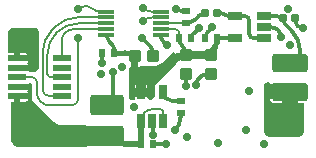
<source format=gtl>
G04*
G04 #@! TF.GenerationSoftware,Altium Limited,Altium Designer,22.7.1 (60)*
G04*
G04 Layer_Physical_Order=1*
G04 Layer_Color=16776960*
%FSLAX43Y43*%
%MOMM*%
G71*
G04*
G04 #@! TF.SameCoordinates,DF1E0758-EE3D-4B36-99E4-D52E4057D36D*
G04*
G04*
G04 #@! TF.FilePolarity,Positive*
G04*
G01*
G75*
%ADD10C,0.200*%
%ADD24C,0.300*%
%ADD25C,0.500*%
%ADD26C,0.400*%
%ADD27C,0.700*%
%ADD28C,0.400*%
%ADD29C,0.300*%
%ADD30C,0.500*%
G04:AMPARAMS|DCode=31|XSize=3mm|YSize=1.5mm|CornerRadius=0.188mm|HoleSize=0mm|Usage=FLASHONLY|Rotation=180.000|XOffset=0mm|YOffset=0mm|HoleType=Round|Shape=RoundedRectangle|*
%AMROUNDEDRECTD31*
21,1,3.000,1.125,0,0,180.0*
21,1,2.625,1.500,0,0,180.0*
1,1,0.375,-1.313,0.563*
1,1,0.375,1.313,0.563*
1,1,0.375,1.313,-0.563*
1,1,0.375,-1.313,-0.563*
%
%ADD31ROUNDEDRECTD31*%
G04:AMPARAMS|DCode=32|XSize=0.59mm|YSize=0.6mm|CornerRadius=0.074mm|HoleSize=0mm|Usage=FLASHONLY|Rotation=270.000|XOffset=0mm|YOffset=0mm|HoleType=Round|Shape=RoundedRectangle|*
%AMROUNDEDRECTD32*
21,1,0.590,0.453,0,0,270.0*
21,1,0.443,0.600,0,0,270.0*
1,1,0.148,-0.226,-0.221*
1,1,0.148,-0.226,0.221*
1,1,0.148,0.226,0.221*
1,1,0.148,0.226,-0.221*
%
%ADD32ROUNDEDRECTD32*%
G04:AMPARAMS|DCode=33|XSize=0.94mm|YSize=1.03mm|CornerRadius=0.118mm|HoleSize=0mm|Usage=FLASHONLY|Rotation=180.000|XOffset=0mm|YOffset=0mm|HoleType=Round|Shape=RoundedRectangle|*
%AMROUNDEDRECTD33*
21,1,0.940,0.795,0,0,180.0*
21,1,0.705,1.030,0,0,180.0*
1,1,0.235,-0.353,0.398*
1,1,0.235,0.353,0.398*
1,1,0.235,0.353,-0.398*
1,1,0.235,-0.353,-0.398*
%
%ADD33ROUNDEDRECTD33*%
G04:AMPARAMS|DCode=34|XSize=0.3mm|YSize=1.35mm|CornerRadius=0.038mm|HoleSize=0mm|Usage=FLASHONLY|Rotation=270.000|XOffset=0mm|YOffset=0mm|HoleType=Round|Shape=RoundedRectangle|*
%AMROUNDEDRECTD34*
21,1,0.300,1.275,0,0,270.0*
21,1,0.225,1.350,0,0,270.0*
1,1,0.075,-0.638,-0.113*
1,1,0.075,-0.638,0.113*
1,1,0.075,0.638,0.113*
1,1,0.075,0.638,-0.113*
%
%ADD34ROUNDEDRECTD34*%
G04:AMPARAMS|DCode=35|XSize=0.59mm|YSize=0.6mm|CornerRadius=0.074mm|HoleSize=0mm|Usage=FLASHONLY|Rotation=0.000|XOffset=0mm|YOffset=0mm|HoleType=Round|Shape=RoundedRectangle|*
%AMROUNDEDRECTD35*
21,1,0.590,0.453,0,0,0.0*
21,1,0.443,0.600,0,0,0.0*
1,1,0.148,0.221,-0.226*
1,1,0.148,-0.221,-0.226*
1,1,0.148,-0.221,0.226*
1,1,0.148,0.221,0.226*
%
%ADD35ROUNDEDRECTD35*%
G04:AMPARAMS|DCode=36|XSize=0.94mm|YSize=1.03mm|CornerRadius=0.118mm|HoleSize=0mm|Usage=FLASHONLY|Rotation=90.000|XOffset=0mm|YOffset=0mm|HoleType=Round|Shape=RoundedRectangle|*
%AMROUNDEDRECTD36*
21,1,0.940,0.795,0,0,90.0*
21,1,0.705,1.030,0,0,90.0*
1,1,0.235,0.398,0.353*
1,1,0.235,0.398,-0.353*
1,1,0.235,-0.398,-0.353*
1,1,0.235,-0.398,0.353*
%
%ADD36ROUNDEDRECTD36*%
G04:AMPARAMS|DCode=37|XSize=0.61mm|YSize=1.26mm|CornerRadius=0.076mm|HoleSize=0mm|Usage=FLASHONLY|Rotation=270.000|XOffset=0mm|YOffset=0mm|HoleType=Round|Shape=RoundedRectangle|*
%AMROUNDEDRECTD37*
21,1,0.610,1.108,0,0,270.0*
21,1,0.458,1.260,0,0,270.0*
1,1,0.153,-0.554,-0.229*
1,1,0.153,-0.554,0.229*
1,1,0.153,0.554,0.229*
1,1,0.153,0.554,-0.229*
%
%ADD37ROUNDEDRECTD37*%
G04:AMPARAMS|DCode=38|XSize=0.61mm|YSize=0.6mm|CornerRadius=0.075mm|HoleSize=0mm|Usage=FLASHONLY|Rotation=180.000|XOffset=0mm|YOffset=0mm|HoleType=Round|Shape=RoundedRectangle|*
%AMROUNDEDRECTD38*
21,1,0.610,0.450,0,0,180.0*
21,1,0.460,0.600,0,0,180.0*
1,1,0.150,-0.230,0.225*
1,1,0.150,0.230,0.225*
1,1,0.150,0.230,-0.225*
1,1,0.150,-0.230,-0.225*
%
%ADD38ROUNDEDRECTD38*%
G04:AMPARAMS|DCode=39|XSize=0.61mm|YSize=1.26mm|CornerRadius=0.076mm|HoleSize=0mm|Usage=FLASHONLY|Rotation=180.000|XOffset=0mm|YOffset=0mm|HoleType=Round|Shape=RoundedRectangle|*
%AMROUNDEDRECTD39*
21,1,0.610,1.108,0,0,180.0*
21,1,0.458,1.260,0,0,180.0*
1,1,0.153,-0.229,0.554*
1,1,0.153,0.229,0.554*
1,1,0.153,0.229,-0.554*
1,1,0.153,-0.229,-0.554*
%
%ADD39ROUNDEDRECTD39*%
G04:AMPARAMS|DCode=40|XSize=1.5mm|YSize=0.55mm|CornerRadius=0.069mm|HoleSize=0mm|Usage=FLASHONLY|Rotation=0.000|XOffset=0mm|YOffset=0mm|HoleType=Round|Shape=RoundedRectangle|*
%AMROUNDEDRECTD40*
21,1,1.500,0.413,0,0,0.0*
21,1,1.363,0.550,0,0,0.0*
1,1,0.138,0.681,-0.206*
1,1,0.138,-0.681,-0.206*
1,1,0.138,-0.681,0.206*
1,1,0.138,0.681,0.206*
%
%ADD40ROUNDEDRECTD40*%
G04:AMPARAMS|DCode=41|XSize=1.76mm|YSize=2.82mm|CornerRadius=0.22mm|HoleSize=0mm|Usage=FLASHONLY|Rotation=270.000|XOffset=0mm|YOffset=0mm|HoleType=Round|Shape=RoundedRectangle|*
%AMROUNDEDRECTD41*
21,1,1.760,2.380,0,0,270.0*
21,1,1.320,2.820,0,0,270.0*
1,1,0.440,-1.190,-0.660*
1,1,0.440,-1.190,0.660*
1,1,0.440,1.190,0.660*
1,1,0.440,1.190,-0.660*
%
%ADD41ROUNDEDRECTD41*%
%ADD42C,0.700*%
G36*
X2300Y5938D02*
Y4600D01*
X4088Y2812D01*
X4188Y2722D01*
X4411Y2572D01*
X4660Y2469D01*
X4924Y2417D01*
X5059Y2410D01*
X6850Y2410D01*
X6873Y2380D01*
X8620D01*
Y680D01*
X6936D01*
X6883Y600D01*
X1200Y600D01*
X1131Y600D01*
X996Y627D01*
X868Y680D01*
X754Y756D01*
X656Y854D01*
X580Y968D01*
X527Y1096D01*
X500Y1231D01*
X500Y4420D01*
X750D01*
Y4900D01*
X1000D01*
Y5150D01*
X1947D01*
X1934Y5211D01*
X1875Y5300D01*
X1934Y5389D01*
X1947Y5450D01*
X1000D01*
Y5950D01*
X2049D01*
X2077Y5986D01*
X2100Y6002D01*
X2300Y5938D01*
D02*
G37*
G36*
X700Y10700D02*
X2300Y10700D01*
X2485Y10700D01*
D01*
X2672Y10657D01*
X2720Y10637D01*
X2837Y10520D01*
X2900Y10368D01*
X2900Y10285D01*
X2900Y8741D01*
X2891Y8629D01*
X2894D01*
Y7291D01*
X2835Y7148D01*
X2715Y7029D01*
X2559Y6964D01*
X2474Y6964D01*
X2133D01*
X2015Y7050D01*
X1000D01*
Y7550D01*
X1947D01*
X1934Y7611D01*
X1875Y7700D01*
X1934Y7789D01*
X1947Y7850D01*
X1000D01*
Y8100D01*
X750D01*
Y8580D01*
X319D01*
X300Y8596D01*
Y10300D01*
X300Y10380D01*
X361Y10527D01*
X473Y10639D01*
X620Y10700D01*
X700Y10700D01*
D02*
G37*
G36*
X14405Y8522D02*
Y7993D01*
X14445Y7791D01*
X14445Y7791D01*
X14449Y7782D01*
X14505Y7625D01*
X12995Y6115D01*
X12995Y6115D01*
X12929Y6042D01*
X12819Y5877D01*
X12743Y5695D01*
X12705Y5501D01*
X12700Y5402D01*
X12700Y5030D01*
X12700Y5030D01*
X12700Y4945D01*
X12635Y4789D01*
X12515Y4669D01*
X12359Y4604D01*
X12218D01*
X12039Y4800D01*
X11525D01*
X11015D01*
Y4646D01*
X10980Y4604D01*
X10685Y4604D01*
X10685Y4604D01*
X10648Y4604D01*
X10580Y4632D01*
X10528Y4684D01*
X10500Y4752D01*
X10500Y7279D01*
X10623Y7380D01*
X10675D01*
Y8305D01*
X11275D01*
Y7380D01*
X11327D01*
X11529Y7420D01*
X11567Y7445D01*
X12404Y7445D01*
X12595D01*
X12595Y7445D01*
X12702Y7450D01*
X12786Y7467D01*
X12911Y7492D01*
X13107Y7573D01*
X13284Y7692D01*
X13363Y7763D01*
X14205Y8605D01*
X14405Y8522D01*
D02*
G37*
G36*
X22356Y6080D02*
X22383Y6053D01*
X22440Y5953D01*
X22435Y5925D01*
X24125D01*
Y5275D01*
X24775D01*
Y4317D01*
X25300D01*
X25300Y2000D01*
X25300Y2000D01*
Y1881D01*
X25209Y1660D01*
X25040Y1491D01*
X24819Y1400D01*
X24700Y1400D01*
X22500Y1400D01*
X22500Y1400D01*
X22381D01*
X22160Y1491D01*
X21991Y1660D01*
X21900Y1881D01*
Y2000D01*
X21900Y5615D01*
X21900Y5615D01*
X21912Y5737D01*
X21971Y5878D01*
X22102Y6009D01*
X22273Y6080D01*
X22356Y6080D01*
D02*
G37*
%LPC*%
G36*
X1947Y4650D02*
X1250D01*
Y4420D01*
X1681D01*
X1786Y4441D01*
X1875Y4500D01*
X1934Y4589D01*
X1947Y4650D01*
D02*
G37*
G36*
X1681Y8580D02*
X1250D01*
Y8350D01*
X1947D01*
X1934Y8411D01*
X1875Y8500D01*
X1786Y8559D01*
X1681Y8580D01*
D02*
G37*
G36*
X11925Y5972D02*
Y5600D01*
X12035D01*
Y5754D01*
X12014Y5862D01*
X11953Y5953D01*
X11925Y5972D01*
D02*
G37*
G36*
X11125Y5972D02*
X11097Y5953D01*
X11036Y5862D01*
X11015Y5754D01*
Y5600D01*
X11125D01*
Y5972D01*
D02*
G37*
G36*
X23475Y4625D02*
X22435D01*
X22447Y4561D01*
X22533Y4433D01*
X22661Y4347D01*
X22812Y4317D01*
X23475D01*
Y4625D01*
D02*
G37*
%LPD*%
D10*
X11700Y12350D02*
G03*
X12424Y12050I724J724D01*
G01*
X12424Y11550D02*
G03*
X11700Y11250I0J-1024D01*
G01*
X12549Y3800D02*
G03*
X11525Y2776I0J-1024D01*
G01*
X13425Y3500D02*
G03*
X13125Y3800I-300J0D01*
G01*
X15008Y11050D02*
G03*
X15310Y11175I0J427D01*
G01*
X14750Y10250D02*
G03*
X14450Y10550I-300J0D01*
G01*
X3600Y6800D02*
G03*
X3900Y6500I300J0D01*
G01*
X4344Y10224D02*
G03*
X3600Y8428I1796J-1796D01*
G01*
X6222Y11050D02*
G03*
X4426Y10306I0J-2540D01*
G01*
X3200Y5437D02*
G03*
X3737Y4900I537J0D01*
G01*
X3944Y10426D02*
G03*
X3200Y8629I1796J-1796D01*
G01*
X6121Y11550D02*
G03*
X4324Y10806I0J-2540D01*
G01*
X5800Y10550D02*
G03*
X4800Y9550I0J-1000D01*
G01*
X2700Y6100D02*
G03*
X2300Y6500I-400J0D01*
G01*
X2700Y5200D02*
G03*
X3800Y4100I1100J0D01*
G01*
X5622D02*
G03*
X6222Y4700I0J600D01*
G01*
X7430Y12300D02*
G03*
X8034Y12050I604J604D01*
G01*
X7430Y12300D02*
G03*
X6875Y12530I-555J-555D01*
G01*
X6777D02*
G03*
X6222Y12300I0J-785D01*
G01*
X12424Y12050D02*
X13200Y12050D01*
X12424Y11550D02*
X13200D01*
X12549Y3800D02*
X13125D01*
X11525Y2750D02*
Y2776D01*
X13425Y2750D02*
Y3500D01*
Y2625D02*
Y2750D01*
X11525Y2750D02*
Y2776D01*
X13200Y11050D02*
X15008D01*
X15310D01*
X14750Y9850D02*
Y10250D01*
X13200Y10550D02*
X14450D01*
X8600Y11050D02*
Y11050D01*
X3900Y6500D02*
X4800D01*
X3600Y6800D02*
Y8428D01*
X4344Y10224D02*
X4426Y10306D01*
X6222Y11050D02*
X8600D01*
X3200Y5437D02*
Y8629D01*
X3737Y4900D02*
X4800D01*
X3944Y10426D02*
X4324Y10806D01*
X6121Y11550D02*
X8600D01*
X4800Y8100D02*
Y9550D01*
X5800Y10550D02*
X8600D01*
X2700Y5200D02*
Y6100D01*
X1000Y6500D02*
X2300D01*
X3800Y4100D02*
X5622D01*
X8034Y12050D02*
X8600D01*
X6777Y12530D02*
X6875D01*
X6222Y4700D02*
Y9800D01*
Y9850D01*
D24*
X14445Y12300D02*
G03*
X14988Y12075I543J543D01*
G01*
X23370Y9900D02*
G03*
X22545Y10725I-825J0D01*
G01*
X17145Y6745D02*
G03*
X16200Y5800I0J-945D01*
G01*
X17159Y10359D02*
G03*
X16950Y9855I504J-504D01*
G01*
X12575Y8305D02*
G03*
X12797Y8397I0J314D01*
G01*
X12575Y8436D02*
G03*
X12300Y9100I-939J0D01*
G01*
X8620Y4120D02*
G03*
X9200Y4700I0J580D01*
G01*
X13200Y10050D02*
G03*
X13448Y9452I845J0D01*
G01*
X15863Y10063D02*
G03*
X15775Y9850I213J-213D01*
G01*
X15310Y11050D02*
G03*
X16061Y11361I0J1062D01*
G01*
X16950Y11930D02*
G03*
X16404Y11704I0J-772D01*
G01*
X18600Y11800D02*
G03*
X18286Y11930I-314J-314D01*
G01*
X18600Y11800D02*
G03*
X18902Y11675I302J302D01*
G01*
X14405Y2005D02*
G03*
X14875Y3140I-1135J1135D01*
G01*
X19445Y9800D02*
G03*
X19312Y9855I-133J-133D01*
G01*
X15330Y8378D02*
G03*
X15000Y9175I-1127J0D01*
G01*
X20695Y10175D02*
G03*
X21095Y9775I400J0D01*
G01*
X20695Y11275D02*
G03*
X20295Y11675I-400J0D01*
G01*
X14750Y9778D02*
G03*
X15000Y9175I853J0D01*
G01*
X9265Y8847D02*
G03*
X9100Y9245I-564J0D01*
G01*
X8600Y10050D02*
G03*
X8816Y9530I736J0D01*
G01*
X13425Y5200D02*
G03*
X14125Y4500I700J0D01*
G01*
X24525Y11379D02*
G03*
X25279Y10625I754J0D01*
G01*
X25000Y8700D02*
G03*
X24293Y10407I-2414J0D01*
G01*
X23525Y11475D02*
G03*
X23042Y11675I-483J-483D01*
G01*
X23525Y11475D02*
G03*
X23737Y10963I724J0D01*
G01*
X14988Y12075D02*
X15310D01*
X21895Y10725D02*
X22545D01*
X23370Y9900D02*
X23470Y10000D01*
X17145Y6745D02*
X17450D01*
X15330Y5737D02*
Y6745D01*
X17159Y10359D02*
X17500Y10700D01*
X15863Y10063D02*
X16485Y10685D01*
X12575Y8305D02*
Y8436D01*
X9120Y4980D02*
X9300Y4800D01*
X8620Y4120D02*
X9300Y4800D01*
X12475Y2625D02*
X12500Y2600D01*
Y1600D02*
Y2600D01*
X12550Y800D02*
X13600D01*
X25000Y7717D02*
Y8700D01*
X24125Y7717D02*
X25000D01*
X17500Y10700D02*
Y10750D01*
X13448Y9452D02*
X13700Y9200D01*
X11600Y9800D02*
X12300Y9100D01*
X16061Y11361D02*
X16404Y11704D01*
X17950Y11930D02*
X18286D01*
X18902Y11675D02*
X19445D01*
X17450Y6745D02*
X17495Y6700D01*
X14875Y3140D02*
Y3350D01*
X9120Y4980D02*
Y6964D01*
X21895Y10725D02*
X22038D01*
X8240Y7692D02*
Y8575D01*
X8240Y8575D01*
X21895Y10725D02*
X21895Y10725D01*
X17975Y9855D02*
X19312D01*
X19445Y11675D02*
X20295Y11675D01*
X15330Y8345D02*
Y8378D01*
X21095Y9775D02*
X21895Y9775D01*
X20695Y10175D02*
X20695Y11275D01*
X14750Y9778D02*
Y9850D01*
X9265Y8575D02*
Y8847D01*
X9100Y9245D02*
X9100Y9245D01*
X8816Y9530D02*
X9100Y9245D01*
X14125Y4500D02*
X14875D01*
X12550Y800D02*
X12550Y800D01*
X24525Y11379D02*
Y11475D01*
X23737Y10963D02*
X24293Y10407D01*
X21895Y11675D02*
X23042D01*
D25*
X8620Y1530D02*
G03*
X10382Y800I1762J1762D01*
G01*
X11540Y764D02*
G03*
X11525Y800I-51J0D01*
G01*
X10382Y800D02*
X11525D01*
Y2776D01*
D26*
X17825Y9150D02*
G03*
X17975Y9512I-362J362D01*
G01*
X17754Y9079D02*
G03*
X17450Y8345I734J-734D01*
G01*
X10775Y8305D02*
G03*
X10123Y8575I-652J-652D01*
G01*
X17754Y9079D02*
X17825Y9150D01*
X17754Y9079D02*
X17754Y9079D01*
X17975Y9512D02*
Y9855D01*
X9265Y8575D02*
X10123D01*
D27*
X15330Y8345D02*
G03*
X14142Y7853I0J-1681D01*
G01*
X15330Y8345D02*
X17450D01*
X15330D02*
Y8345D01*
X13900Y7611D02*
X14142Y7853D01*
D28*
X17754Y9079D02*
D03*
D29*
X9100Y9245D02*
D03*
D30*
X11525Y800D02*
D03*
D31*
X24125Y5275D02*
D03*
Y7717D02*
D03*
D32*
X15310Y11050D02*
D03*
Y12075D02*
D03*
X14875Y4500D02*
D03*
Y3475D02*
D03*
D33*
X12575Y8305D02*
D03*
X10975Y8305D02*
D03*
D34*
X8600Y12050D02*
D03*
X13200D02*
D03*
X8600Y11550D02*
D03*
Y11050D02*
D03*
Y10550D02*
D03*
Y10050D02*
D03*
X13200Y11550D02*
D03*
Y11050D02*
D03*
Y10550D02*
D03*
Y10050D02*
D03*
D35*
X9265Y8575D02*
D03*
X8240D02*
D03*
X14750Y9850D02*
D03*
X15775D02*
D03*
X17975Y9855D02*
D03*
X16950D02*
D03*
X11525Y800D02*
D03*
X12550Y800D02*
D03*
D36*
X15330Y6745D02*
D03*
X15330Y8345D02*
D03*
X17450Y6745D02*
D03*
X17450Y8345D02*
D03*
D37*
X19445Y9775D02*
D03*
X19445Y11675D02*
D03*
X21895Y11675D02*
D03*
X21895Y10725D02*
D03*
X21895Y9775D02*
D03*
D38*
X24525Y11475D02*
D03*
X23525Y11475D02*
D03*
X16950Y11930D02*
D03*
X17950Y11930D02*
D03*
D39*
X11525Y2750D02*
D03*
X12475D02*
D03*
X13425Y2750D02*
D03*
Y5200D02*
D03*
X11525Y5200D02*
D03*
D40*
X4800Y7300D02*
D03*
X4800Y5700D02*
D03*
X4800Y6500D02*
D03*
X4800Y4900D02*
D03*
X4800Y8100D02*
D03*
X1000Y4900D02*
D03*
X1000Y8100D02*
D03*
X1000Y6500D02*
D03*
X1000Y7300D02*
D03*
X1000Y5700D02*
D03*
D41*
X8620Y1530D02*
D03*
X8620Y4120D02*
D03*
D42*
X16200Y5800D02*
D03*
X15330Y5737D02*
D03*
X10950Y4000D02*
D03*
X13600Y800D02*
D03*
X12500Y1600D02*
D03*
X15450Y1400D02*
D03*
X24100Y9200D02*
D03*
X20700Y5330D02*
D03*
X17500Y10750D02*
D03*
X16470Y10700D02*
D03*
X21950Y801D02*
D03*
X20380Y2000D02*
D03*
X24000Y12293D02*
D03*
X23370Y9900D02*
D03*
X11600Y9800D02*
D03*
X13700Y9200D02*
D03*
X14445Y12300D02*
D03*
X11700Y12350D02*
D03*
X11700Y11250D02*
D03*
X13825Y7550D02*
D03*
X13200Y7050D02*
D03*
X12450Y7000D02*
D03*
X11700D02*
D03*
X10950D02*
D03*
X23250Y2000D02*
D03*
Y2900D02*
D03*
X24000D02*
D03*
Y2000D02*
D03*
X24750Y2900D02*
D03*
Y2000D02*
D03*
X14405Y2005D02*
D03*
X18075Y960D02*
D03*
X9900Y7400D02*
D03*
X8140Y6745D02*
D03*
X9120Y6964D02*
D03*
X8240Y7692D02*
D03*
X6500Y1100D02*
D03*
Y2000D02*
D03*
X4800D02*
D03*
Y1100D02*
D03*
X5650Y2000D02*
D03*
Y1100D02*
D03*
X25279Y10625D02*
D03*
X700Y10145D02*
D03*
X1550D02*
D03*
X2400D02*
D03*
Y7445D02*
D03*
Y8345D02*
D03*
Y9245D02*
D03*
X1550D02*
D03*
X700D02*
D03*
X6222Y9800D02*
D03*
Y12300D02*
D03*
M02*

</source>
